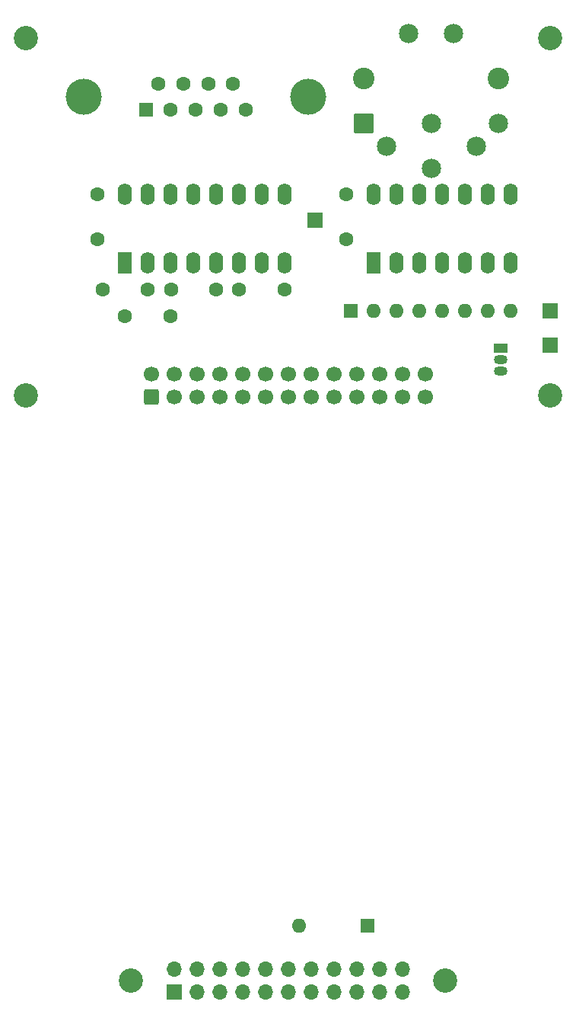
<source format=gbr>
%TF.GenerationSoftware,KiCad,Pcbnew,7.0.9*%
%TF.CreationDate,2023-11-19T21:38:54+01:00*%
%TF.ProjectId,kim-1-aux-card,6b696d2d-312d-4617-9578-2d636172642e,rev?*%
%TF.SameCoordinates,Original*%
%TF.FileFunction,Soldermask,Bot*%
%TF.FilePolarity,Negative*%
%FSLAX46Y46*%
G04 Gerber Fmt 4.6, Leading zero omitted, Abs format (unit mm)*
G04 Created by KiCad (PCBNEW 7.0.9) date 2023-11-19 21:38:54*
%MOMM*%
%LPD*%
G01*
G04 APERTURE LIST*
G04 Aperture macros list*
%AMRoundRect*
0 Rectangle with rounded corners*
0 $1 Rounding radius*
0 $2 $3 $4 $5 $6 $7 $8 $9 X,Y pos of 4 corners*
0 Add a 4 corners polygon primitive as box body*
4,1,4,$2,$3,$4,$5,$6,$7,$8,$9,$2,$3,0*
0 Add four circle primitives for the rounded corners*
1,1,$1+$1,$2,$3*
1,1,$1+$1,$4,$5*
1,1,$1+$1,$6,$7*
1,1,$1+$1,$8,$9*
0 Add four rect primitives between the rounded corners*
20,1,$1+$1,$2,$3,$4,$5,0*
20,1,$1+$1,$4,$5,$6,$7,0*
20,1,$1+$1,$6,$7,$8,$9,0*
20,1,$1+$1,$8,$9,$2,$3,0*%
G04 Aperture macros list end*
%ADD10C,2.700000*%
%ADD11C,4.000000*%
%ADD12R,1.600000X1.600000*%
%ADD13C,1.600000*%
%ADD14R,1.500000X1.050000*%
%ADD15O,1.500000X1.050000*%
%ADD16R,1.600000X2.400000*%
%ADD17O,1.600000X2.400000*%
%ADD18O,1.600000X1.600000*%
%ADD19RoundRect,0.250000X0.600000X-0.600000X0.600000X0.600000X-0.600000X0.600000X-0.600000X-0.600000X0*%
%ADD20C,1.700000*%
%ADD21C,2.400000*%
%ADD22RoundRect,0.102000X0.975000X0.975000X-0.975000X0.975000X-0.975000X-0.975000X0.975000X-0.975000X0*%
%ADD23C,2.154000*%
%ADD24R,1.700000X1.700000*%
%ADD25O,1.700000X1.700000*%
G04 APERTURE END LIST*
D10*
%TO.C,REF\u002A\u002A*%
X112780000Y-82770000D03*
%TD*%
D11*
%TO.C,J7*%
X144180000Y-49600331D03*
X119180000Y-49600331D03*
D12*
X126140000Y-51020331D03*
D13*
X128910000Y-51020331D03*
X131680000Y-51020331D03*
X134450000Y-51020331D03*
X137220000Y-51020331D03*
X127525000Y-48180331D03*
X130295000Y-48180331D03*
X133065000Y-48180331D03*
X135835000Y-48180331D03*
%TD*%
D14*
%TO.C,Q1*%
X165610000Y-77560000D03*
D15*
X165610000Y-78830000D03*
X165610000Y-80100000D03*
%TD*%
D10*
%TO.C,REF\u002A\u002A*%
X171120000Y-43040000D03*
%TD*%
D13*
%TO.C,C2*%
X123830000Y-74010000D03*
X128830000Y-74010000D03*
%TD*%
%TO.C,C6*%
X136530000Y-71010000D03*
X141530000Y-71010000D03*
%TD*%
D10*
%TO.C,REF\u002A\u002A*%
X171120000Y-82770000D03*
%TD*%
%TO.C,REF\u002A\u002A*%
X159410000Y-147800000D03*
%TD*%
D16*
%TO.C,U1*%
X151450000Y-68060000D03*
D17*
X153990000Y-68060000D03*
X156530000Y-68060000D03*
X159070000Y-68060000D03*
X161610000Y-68060000D03*
X164150000Y-68060000D03*
X166690000Y-68060000D03*
X166690000Y-60440000D03*
X164150000Y-60440000D03*
X161610000Y-60440000D03*
X159070000Y-60440000D03*
X156530000Y-60440000D03*
X153990000Y-60440000D03*
X151450000Y-60440000D03*
%TD*%
D12*
%TO.C,SW1*%
X150820000Y-141700000D03*
D18*
X143200000Y-141700000D03*
%TD*%
D13*
%TO.C,C3*%
X120780000Y-60440000D03*
X120780000Y-65440000D03*
%TD*%
D19*
%TO.C,J2*%
X126710000Y-82920000D03*
D20*
X126710000Y-80380000D03*
X129250000Y-82920000D03*
X129250000Y-80380000D03*
X131790000Y-82920000D03*
X131790000Y-80380000D03*
X134330000Y-82920000D03*
X134330000Y-80380000D03*
X136870000Y-82920000D03*
X136870000Y-80380000D03*
X139410000Y-82920000D03*
X139410000Y-80380000D03*
X141950000Y-82920000D03*
X141950000Y-80380000D03*
X144490000Y-82920000D03*
X144490000Y-80380000D03*
X147030000Y-82920000D03*
X147030000Y-80380000D03*
X149570000Y-82920000D03*
X149570000Y-80380000D03*
X152110000Y-82920000D03*
X152110000Y-80380000D03*
X154650000Y-82920000D03*
X154650000Y-80380000D03*
X157190000Y-82920000D03*
X157190000Y-80380000D03*
%TD*%
D13*
%TO.C,C4*%
X128990000Y-71010000D03*
X133990000Y-71010000D03*
%TD*%
D12*
%TO.C,RN1*%
X148910000Y-73380000D03*
D18*
X151450000Y-73380000D03*
X153990000Y-73380000D03*
X156530000Y-73380000D03*
X159070000Y-73380000D03*
X161610000Y-73380000D03*
X164150000Y-73380000D03*
X166690000Y-73380000D03*
%TD*%
D13*
%TO.C,C5*%
X121370000Y-71010000D03*
X126370000Y-71010000D03*
%TD*%
%TO.C,C1*%
X148400000Y-60440000D03*
X148400000Y-65440000D03*
%TD*%
D21*
%TO.C,J3*%
X165400000Y-47590000D03*
X150400000Y-47590000D03*
D22*
X150400000Y-52590000D03*
D23*
X152900000Y-55090000D03*
X157900000Y-52590000D03*
X162900000Y-55090000D03*
X165400000Y-52590000D03*
X157900000Y-57590000D03*
X160400000Y-42590000D03*
X155400000Y-42590000D03*
%TD*%
D10*
%TO.C,REF\u002A\u002A*%
X124490000Y-147800000D03*
%TD*%
%TO.C,REF\u002A\u002A*%
X112780000Y-43040000D03*
%TD*%
D16*
%TO.C,U2*%
X123830000Y-68060000D03*
D17*
X126370000Y-68060000D03*
X128910000Y-68060000D03*
X131450000Y-68060000D03*
X133990000Y-68060000D03*
X136530000Y-68060000D03*
X139070000Y-68060000D03*
X141610000Y-68060000D03*
X141610000Y-60440000D03*
X139070000Y-60440000D03*
X136530000Y-60440000D03*
X133990000Y-60440000D03*
X131450000Y-60440000D03*
X128910000Y-60440000D03*
X126370000Y-60440000D03*
X123830000Y-60440000D03*
%TD*%
D24*
%TO.C,J5*%
X171120000Y-73380000D03*
%TD*%
%TO.C,J1*%
X129250000Y-149070000D03*
D25*
X129250000Y-146530000D03*
X131790000Y-149070000D03*
X131790000Y-146530000D03*
X134330000Y-149070000D03*
X134330000Y-146530000D03*
X136870000Y-149070000D03*
X136870000Y-146530000D03*
X139410000Y-149070000D03*
X139410000Y-146530000D03*
X141950000Y-149070000D03*
X141950000Y-146530000D03*
X144490000Y-149070000D03*
X144490000Y-146530000D03*
X147030000Y-149070000D03*
X147030000Y-146530000D03*
X149570000Y-149070000D03*
X149570000Y-146530000D03*
X152110000Y-149070000D03*
X152110000Y-146530000D03*
X154650000Y-149070000D03*
X154650000Y-146530000D03*
%TD*%
D24*
%TO.C,J6*%
X144980000Y-63330000D03*
%TD*%
%TO.C,J4*%
X171120000Y-77230000D03*
%TD*%
M02*

</source>
